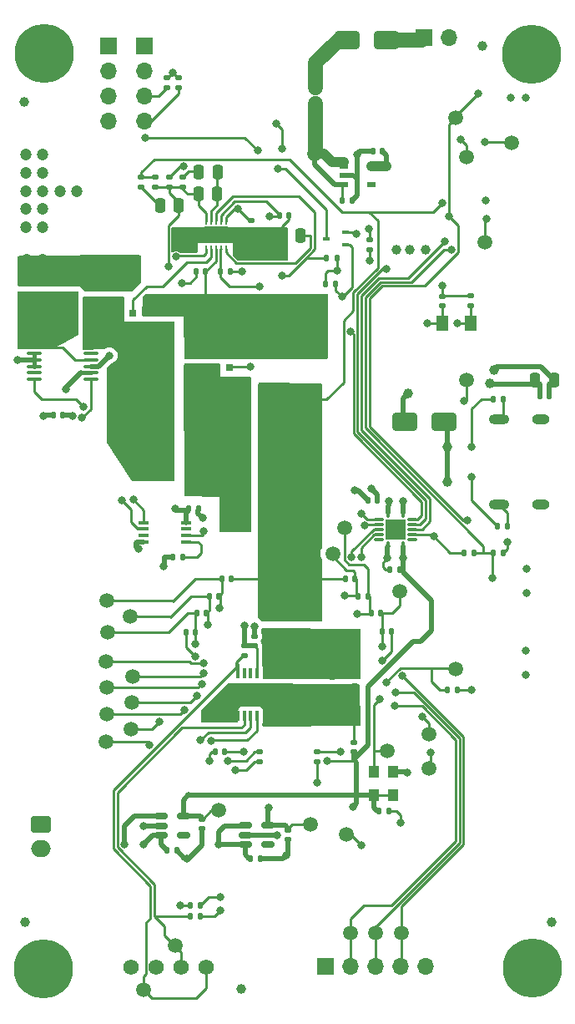
<source format=gtl>
G04 #@! TF.GenerationSoftware,KiCad,Pcbnew,8.0.4*
G04 #@! TF.CreationDate,2024-11-26T00:50:50-06:00*
G04 #@! TF.ProjectId,bitaxeUltra,62697461-7865-4556-9c74-72612e6b6963,rev?*
G04 #@! TF.SameCoordinates,Original*
G04 #@! TF.FileFunction,Copper,L1,Top*
G04 #@! TF.FilePolarity,Positive*
%FSLAX46Y46*%
G04 Gerber Fmt 4.6, Leading zero omitted, Abs format (unit mm)*
G04 Created by KiCad (PCBNEW 8.0.4) date 2024-11-26 00:50:50*
%MOMM*%
%LPD*%
G01*
G04 APERTURE LIST*
G04 Aperture macros list*
%AMRoundRect*
0 Rectangle with rounded corners*
0 $1 Rounding radius*
0 $2 $3 $4 $5 $6 $7 $8 $9 X,Y pos of 4 corners*
0 Add a 4 corners polygon primitive as box body*
4,1,4,$2,$3,$4,$5,$6,$7,$8,$9,$2,$3,0*
0 Add four circle primitives for the rounded corners*
1,1,$1+$1,$2,$3*
1,1,$1+$1,$4,$5*
1,1,$1+$1,$6,$7*
1,1,$1+$1,$8,$9*
0 Add four rect primitives between the rounded corners*
20,1,$1+$1,$2,$3,$4,$5,0*
20,1,$1+$1,$4,$5,$6,$7,0*
20,1,$1+$1,$6,$7,$8,$9,0*
20,1,$1+$1,$8,$9,$2,$3,0*%
%AMFreePoly0*
4,1,35,0.005000,-4.560000,0.003536,-4.563536,0.000000,-4.565000,-5.000000,-4.565000,-5.003536,-4.563536,-5.005000,-4.560000,-5.005000,-3.898000,-5.003536,-3.894464,-5.000000,-3.893000,-4.325000,-3.893000,-4.325000,-3.269700,-5.000000,-3.269700,-5.003536,-3.268236,-5.005000,-3.264700,-5.005000,-2.599700,-5.003536,-2.596164,-5.000000,-2.594700,-4.325000,-2.594700,-4.325000,-1.971400,-5.000000,-1.971400,
-5.003536,-1.969936,-5.005000,-1.966400,-5.005000,-1.301400,-5.003536,-1.297864,-5.000000,-1.296400,-4.325000,-1.296400,-4.325000,-0.673100,-5.000000,-0.673100,-5.003536,-0.671636,-5.005000,-0.668100,-5.005000,0.000000,-5.003536,0.003536,-5.000000,0.005000,0.005000,0.005000,0.005000,-4.560000,0.005000,-4.560000,$1*%
%AMFreePoly1*
4,1,45,-0.124646,1.700354,-0.124500,1.700000,-0.124500,1.200500,0.124500,1.200500,0.124500,1.700000,0.124646,1.700354,0.125000,1.700500,0.375000,1.700500,0.375354,1.700354,0.375500,1.700000,0.375500,1.200500,0.825000,1.200500,0.825354,1.200354,0.825500,1.200000,0.825500,-1.200000,0.825354,-1.200354,0.825000,-1.200500,0.375500,-1.200500,0.375500,-1.700000,0.375354,-1.700354,
0.375000,-1.700500,0.125000,-1.700500,0.124646,-1.700354,0.124500,-1.700000,0.124500,-1.200500,-0.124500,-1.200500,-0.124500,-1.700000,-0.124646,-1.700354,-0.125000,-1.700500,-0.375000,-1.700500,-0.375354,-1.700354,-0.375500,-1.700000,-0.375500,-1.200500,-0.825000,-1.200500,-0.825354,-1.200354,-0.825500,-1.200000,-0.825500,1.200000,-0.825354,1.200354,-0.825000,1.200500,-0.375500,1.200500,
-0.375500,1.700000,-0.375354,1.700354,-0.375000,1.700500,-0.125000,1.700500,-0.124646,1.700354,-0.124646,1.700354,$1*%
G04 Aperture macros list end*
G04 #@! TA.AperFunction,SMDPad,CuDef*
%ADD10RoundRect,0.250000X0.250000X0.475000X-0.250000X0.475000X-0.250000X-0.475000X0.250000X-0.475000X0*%
G04 #@! TD*
G04 #@! TA.AperFunction,SMDPad,CuDef*
%ADD11RoundRect,0.140000X0.140000X0.170000X-0.140000X0.170000X-0.140000X-0.170000X0.140000X-0.170000X0*%
G04 #@! TD*
G04 #@! TA.AperFunction,SMDPad,CuDef*
%ADD12RoundRect,0.250000X-1.000000X-0.650000X1.000000X-0.650000X1.000000X0.650000X-1.000000X0.650000X0*%
G04 #@! TD*
G04 #@! TA.AperFunction,SMDPad,CuDef*
%ADD13RoundRect,0.100000X-0.637500X-0.100000X0.637500X-0.100000X0.637500X0.100000X-0.637500X0.100000X0*%
G04 #@! TD*
G04 #@! TA.AperFunction,SMDPad,CuDef*
%ADD14RoundRect,0.140000X-0.170000X0.140000X-0.170000X-0.140000X0.170000X-0.140000X0.170000X0.140000X0*%
G04 #@! TD*
G04 #@! TA.AperFunction,SMDPad,CuDef*
%ADD15RoundRect,0.135000X0.185000X-0.135000X0.185000X0.135000X-0.185000X0.135000X-0.185000X-0.135000X0*%
G04 #@! TD*
G04 #@! TA.AperFunction,SMDPad,CuDef*
%ADD16C,1.000000*%
G04 #@! TD*
G04 #@! TA.AperFunction,SMDPad,CuDef*
%ADD17RoundRect,0.135000X-0.185000X0.135000X-0.185000X-0.135000X0.185000X-0.135000X0.185000X0.135000X0*%
G04 #@! TD*
G04 #@! TA.AperFunction,SMDPad,CuDef*
%ADD18RoundRect,0.135000X0.135000X0.185000X-0.135000X0.185000X-0.135000X-0.185000X0.135000X-0.185000X0*%
G04 #@! TD*
G04 #@! TA.AperFunction,SMDPad,CuDef*
%ADD19C,1.500000*%
G04 #@! TD*
G04 #@! TA.AperFunction,SMDPad,CuDef*
%ADD20R,0.700000X0.450000*%
G04 #@! TD*
G04 #@! TA.AperFunction,SMDPad,CuDef*
%ADD21RoundRect,0.250000X-0.250000X-0.475000X0.250000X-0.475000X0.250000X0.475000X-0.250000X0.475000X0*%
G04 #@! TD*
G04 #@! TA.AperFunction,SMDPad,CuDef*
%ADD22R,1.168400X1.600200*%
G04 #@! TD*
G04 #@! TA.AperFunction,SMDPad,CuDef*
%ADD23RoundRect,0.150000X-0.512500X-0.150000X0.512500X-0.150000X0.512500X0.150000X-0.512500X0.150000X0*%
G04 #@! TD*
G04 #@! TA.AperFunction,SMDPad,CuDef*
%ADD24RoundRect,0.250000X1.000000X0.650000X-1.000000X0.650000X-1.000000X-0.650000X1.000000X-0.650000X0*%
G04 #@! TD*
G04 #@! TA.AperFunction,SMDPad,CuDef*
%ADD25RoundRect,0.140000X0.170000X-0.140000X0.170000X0.140000X-0.170000X0.140000X-0.170000X-0.140000X0*%
G04 #@! TD*
G04 #@! TA.AperFunction,SMDPad,CuDef*
%ADD26R,0.400000X1.100000*%
G04 #@! TD*
G04 #@! TA.AperFunction,SMDPad,CuDef*
%ADD27RoundRect,0.140000X-0.140000X-0.170000X0.140000X-0.170000X0.140000X0.170000X-0.140000X0.170000X0*%
G04 #@! TD*
G04 #@! TA.AperFunction,ComponentPad*
%ADD28C,0.800000*%
G04 #@! TD*
G04 #@! TA.AperFunction,ComponentPad*
%ADD29C,6.000000*%
G04 #@! TD*
G04 #@! TA.AperFunction,SMDPad,CuDef*
%ADD30RoundRect,0.007800X-0.122200X0.442200X-0.122200X-0.442200X0.122200X-0.442200X0.122200X0.442200X0*%
G04 #@! TD*
G04 #@! TA.AperFunction,SMDPad,CuDef*
%ADD31RoundRect,0.007800X-0.442200X-0.122200X0.442200X-0.122200X0.442200X0.122200X-0.442200X0.122200X0*%
G04 #@! TD*
G04 #@! TA.AperFunction,SMDPad,CuDef*
%ADD32R,2.050000X2.050000*%
G04 #@! TD*
G04 #@! TA.AperFunction,ComponentPad*
%ADD33C,0.500000*%
G04 #@! TD*
G04 #@! TA.AperFunction,SMDPad,CuDef*
%ADD34R,3.100000X2.000000*%
G04 #@! TD*
G04 #@! TA.AperFunction,SMDPad,CuDef*
%ADD35R,1.100000X0.400000*%
G04 #@! TD*
G04 #@! TA.AperFunction,SMDPad,CuDef*
%ADD36RoundRect,0.250000X-1.025000X0.875000X-1.025000X-0.875000X1.025000X-0.875000X1.025000X0.875000X0*%
G04 #@! TD*
G04 #@! TA.AperFunction,SMDPad,CuDef*
%ADD37R,0.700000X0.800000*%
G04 #@! TD*
G04 #@! TA.AperFunction,SMDPad,CuDef*
%ADD38FreePoly0,270.000000*%
G04 #@! TD*
G04 #@! TA.AperFunction,SMDPad,CuDef*
%ADD39RoundRect,0.135000X-0.135000X-0.185000X0.135000X-0.185000X0.135000X0.185000X-0.135000X0.185000X0*%
G04 #@! TD*
G04 #@! TA.AperFunction,SMDPad,CuDef*
%ADD40RoundRect,0.050000X-0.070000X0.250000X-0.070000X-0.250000X0.070000X-0.250000X0.070000X0.250000X0*%
G04 #@! TD*
G04 #@! TA.AperFunction,ComponentPad*
%ADD41C,0.400000*%
G04 #@! TD*
G04 #@! TA.AperFunction,SMDPad,CuDef*
%ADD42FreePoly1,270.000000*%
G04 #@! TD*
G04 #@! TA.AperFunction,SMDPad,CuDef*
%ADD43R,1.600000X2.700000*%
G04 #@! TD*
G04 #@! TA.AperFunction,SMDPad,CuDef*
%ADD44FreePoly0,90.000000*%
G04 #@! TD*
G04 #@! TA.AperFunction,SMDPad,CuDef*
%ADD45RoundRect,0.250000X-0.325000X-1.100000X0.325000X-1.100000X0.325000X1.100000X-0.325000X1.100000X0*%
G04 #@! TD*
G04 #@! TA.AperFunction,SMDPad,CuDef*
%ADD46R,1.100000X1.300000*%
G04 #@! TD*
G04 #@! TA.AperFunction,SMDPad,CuDef*
%ADD47RoundRect,0.218750X0.256250X-0.218750X0.256250X0.218750X-0.256250X0.218750X-0.256250X-0.218750X0*%
G04 #@! TD*
G04 #@! TA.AperFunction,SMDPad,CuDef*
%ADD48RoundRect,0.250000X0.325000X0.650000X-0.325000X0.650000X-0.325000X-0.650000X0.325000X-0.650000X0*%
G04 #@! TD*
G04 #@! TA.AperFunction,SMDPad,CuDef*
%ADD49R,0.952500X0.558800*%
G04 #@! TD*
G04 #@! TA.AperFunction,ComponentPad*
%ADD50C,1.574800*%
G04 #@! TD*
G04 #@! TA.AperFunction,ComponentPad*
%ADD51R,1.700000X1.700000*%
G04 #@! TD*
G04 #@! TA.AperFunction,ComponentPad*
%ADD52O,1.700000X1.700000*%
G04 #@! TD*
G04 #@! TA.AperFunction,ComponentPad*
%ADD53O,1.800000X1.000000*%
G04 #@! TD*
G04 #@! TA.AperFunction,ComponentPad*
%ADD54O,2.100000X1.000000*%
G04 #@! TD*
G04 #@! TA.AperFunction,ComponentPad*
%ADD55RoundRect,0.250000X-0.750000X0.600000X-0.750000X-0.600000X0.750000X-0.600000X0.750000X0.600000X0*%
G04 #@! TD*
G04 #@! TA.AperFunction,ComponentPad*
%ADD56O,2.000000X1.700000*%
G04 #@! TD*
G04 #@! TA.AperFunction,ViaPad*
%ADD57C,0.800000*%
G04 #@! TD*
G04 #@! TA.AperFunction,ViaPad*
%ADD58C,1.200000*%
G04 #@! TD*
G04 #@! TA.AperFunction,ViaPad*
%ADD59C,1.000000*%
G04 #@! TD*
G04 #@! TA.AperFunction,Conductor*
%ADD60C,0.508000*%
G04 #@! TD*
G04 #@! TA.AperFunction,Conductor*
%ADD61C,0.254000*%
G04 #@! TD*
G04 #@! TA.AperFunction,Conductor*
%ADD62C,0.400000*%
G04 #@! TD*
G04 #@! TA.AperFunction,Conductor*
%ADD63C,1.000000*%
G04 #@! TD*
G04 #@! TA.AperFunction,Conductor*
%ADD64C,1.500000*%
G04 #@! TD*
G04 APERTURE END LIST*
D10*
X106814000Y-69487000D03*
X104914000Y-69487000D03*
D11*
X116836000Y-103365000D03*
X115876000Y-103365000D03*
D12*
X117380000Y-88392000D03*
X121380000Y-88392000D03*
D13*
X79777500Y-79495000D03*
X79777500Y-80145000D03*
X79777500Y-80795000D03*
X79777500Y-81445000D03*
X79777500Y-82095000D03*
X79777500Y-82745000D03*
X79777500Y-83395000D03*
X79777500Y-84045000D03*
X85502500Y-84045000D03*
X85502500Y-83395000D03*
X85502500Y-82745000D03*
X85502500Y-82095000D03*
X85502500Y-81445000D03*
X85502500Y-80795000D03*
X85502500Y-80145000D03*
X85502500Y-79495000D03*
D14*
X112268000Y-114175600D03*
X112268000Y-115135600D03*
D15*
X94420000Y-54500000D03*
X94420000Y-53480000D03*
D16*
X125272800Y-50292000D03*
X132257800Y-139065000D03*
D17*
X90649600Y-63569000D03*
X90649600Y-64589000D03*
D16*
X78841600Y-139065000D03*
D18*
X122717000Y-115554000D03*
X121697000Y-115554000D03*
D11*
X115730000Y-127810000D03*
X114770000Y-127810000D03*
D19*
X87045800Y-112699800D03*
D20*
X111370000Y-70430000D03*
X111370000Y-69130000D03*
X109370000Y-69780000D03*
D10*
X98355400Y-63005800D03*
X96455400Y-63005800D03*
D19*
X123610000Y-84120000D03*
D17*
X113770000Y-69930000D03*
X113770000Y-70950000D03*
D11*
X114920000Y-107790000D03*
X113960000Y-107790000D03*
D18*
X127764000Y-98910000D03*
X126744000Y-98910000D03*
D14*
X101750000Y-67930000D03*
X101750000Y-68890000D03*
D19*
X111225000Y-99150000D03*
X111440000Y-130160000D03*
D14*
X105540000Y-129760000D03*
X105540000Y-130720000D03*
D21*
X92522000Y-66420000D03*
X94422000Y-66420000D03*
D22*
X124017400Y-78349000D03*
X121172600Y-78349000D03*
D19*
X94107000Y-141452600D03*
X90855800Y-145948400D03*
D23*
X92615500Y-128358000D03*
X92615500Y-129308000D03*
X92615500Y-130258000D03*
X94890500Y-130258000D03*
X94890500Y-128358000D03*
D21*
X130580000Y-84090000D03*
X132480000Y-84090000D03*
D19*
X119800000Y-119990000D03*
X122556000Y-57528000D03*
D24*
X115540000Y-49630000D03*
X111540000Y-49630000D03*
D23*
X101182500Y-129290000D03*
X101182500Y-130240000D03*
X101182500Y-131190000D03*
X103457500Y-131190000D03*
X103457500Y-129290000D03*
D19*
X89763600Y-114223800D03*
D25*
X108485000Y-122798000D03*
X108485000Y-121838000D03*
D19*
X87147400Y-115316000D03*
D26*
X102371800Y-113877200D03*
X101721800Y-113877200D03*
X101071800Y-113877200D03*
X100421800Y-113877200D03*
X100421800Y-118177200D03*
X101071800Y-118177200D03*
X101721800Y-118177200D03*
X102371800Y-118177200D03*
D11*
X99780000Y-104240000D03*
X98820000Y-104240000D03*
D27*
X131050000Y-85700000D03*
X132010000Y-85700000D03*
D18*
X127347000Y-101658000D03*
X126327000Y-101658000D03*
D28*
X127985010Y-51120990D03*
X128644020Y-49530000D03*
X128644020Y-52711980D03*
X130235010Y-48870990D03*
D29*
X130235010Y-51120990D03*
D28*
X130235010Y-53370990D03*
X131826000Y-49530000D03*
X131826000Y-52711980D03*
X132485010Y-51120990D03*
D25*
X124043000Y-76576000D03*
X124043000Y-75616000D03*
D16*
X78740000Y-55905400D03*
D30*
X115672000Y-97580000D03*
D31*
X114737000Y-98265000D03*
X114737000Y-98765000D03*
X114737000Y-99265000D03*
X114737000Y-99765000D03*
X114737000Y-100265000D03*
D30*
X115672000Y-100950000D03*
X117172000Y-100950000D03*
D31*
X118107000Y-100265000D03*
X118107000Y-99765000D03*
X118107000Y-99265000D03*
X118107000Y-98765000D03*
X118107000Y-98265000D03*
D30*
X117172000Y-97580000D03*
D32*
X116422000Y-99265000D03*
D33*
X116922000Y-98765000D03*
X116922000Y-99765000D03*
X115922000Y-99765000D03*
X115922000Y-98765000D03*
D15*
X93270000Y-54490000D03*
X93270000Y-53470000D03*
D17*
X94828800Y-63573600D03*
X94828800Y-64593600D03*
D19*
X87100000Y-106510000D03*
X125500000Y-70190000D03*
D34*
X106000600Y-77761400D03*
X106000600Y-86081400D03*
D15*
X93465000Y-64589000D03*
X93465000Y-63569000D03*
D11*
X98490000Y-106040000D03*
X97530000Y-106040000D03*
D18*
X94840000Y-102040000D03*
X93820000Y-102040000D03*
D28*
X128052000Y-143728000D03*
X128711010Y-142137010D03*
X128711010Y-145318990D03*
X130302000Y-141478000D03*
D29*
X130302000Y-143728000D03*
D28*
X130302000Y-145978000D03*
X131892990Y-142137010D03*
X131892990Y-145318990D03*
X132552000Y-143728000D03*
D25*
X102646000Y-122798000D03*
X102646000Y-121838000D03*
D11*
X115080000Y-60930000D03*
X114120000Y-60930000D03*
X96139000Y-109681000D03*
X95179000Y-109681000D03*
D19*
X128200000Y-60060000D03*
D10*
X98333000Y-65268000D03*
X96433000Y-65268000D03*
D35*
X90890000Y-98565000D03*
X90890000Y-99215000D03*
X90890000Y-99865000D03*
X90890000Y-100515000D03*
X95190000Y-100515000D03*
X95190000Y-99865000D03*
X95190000Y-99215000D03*
X95190000Y-98565000D03*
D19*
X116870000Y-105550000D03*
D27*
X104650000Y-67450000D03*
X105610000Y-67450000D03*
D19*
X89687400Y-116840000D03*
D28*
X78455010Y-143830990D03*
X79114020Y-142240000D03*
X79114020Y-145421980D03*
X80705010Y-141580990D03*
D29*
X80705010Y-143830990D03*
D28*
X80705010Y-146080990D03*
X82296000Y-142240000D03*
X82296000Y-145421980D03*
X82955010Y-143830990D03*
D25*
X121159000Y-76585000D03*
X121159000Y-75625000D03*
D11*
X82650000Y-87720000D03*
X81690000Y-87720000D03*
D14*
X108712000Y-114201000D03*
X108712000Y-115161000D03*
X111150400Y-114226400D03*
X111150400Y-115186400D03*
D17*
X92057300Y-63569000D03*
X92057300Y-64589000D03*
D11*
X99092000Y-121788000D03*
X98132000Y-121788000D03*
D36*
X105600000Y-111360000D03*
X105600000Y-117760000D03*
D37*
X95751600Y-82862700D03*
X97049900Y-82862700D03*
X98313300Y-82862700D03*
X99611600Y-82862700D03*
D38*
X99961600Y-81957700D03*
D25*
X102133400Y-111046200D03*
X102133400Y-110086200D03*
D39*
X95640000Y-138480000D03*
X96660000Y-138480000D03*
D19*
X114410000Y-140150000D03*
X89500000Y-108130000D03*
D27*
X95450000Y-97140000D03*
X96410000Y-97140000D03*
D40*
X99201691Y-68022200D03*
X98701691Y-68022200D03*
X98201691Y-68022200D03*
X97701691Y-68022200D03*
X97201691Y-68022200D03*
X97201691Y-70822200D03*
X97701691Y-70822200D03*
X98201691Y-70822200D03*
X98701691Y-70822200D03*
X99201691Y-70822200D03*
D41*
X98201691Y-68847200D03*
X99151691Y-69422200D03*
D42*
X98201691Y-69422200D03*
D41*
X97251691Y-69422200D03*
X98201691Y-69997200D03*
D19*
X110075000Y-101700000D03*
X87071200Y-120827800D03*
D28*
X78558000Y-51054000D03*
X79217010Y-49463010D03*
X79217010Y-52644990D03*
X80808000Y-48804000D03*
D29*
X80808000Y-51054000D03*
D28*
X80808000Y-53304000D03*
X82398990Y-49463010D03*
X82398990Y-52644990D03*
X83058000Y-51054000D03*
D27*
X93253000Y-131818000D03*
X94213000Y-131818000D03*
D19*
X119800000Y-123540000D03*
D11*
X124370000Y-101660000D03*
X123410000Y-101660000D03*
X113620000Y-106030000D03*
X112660000Y-106030000D03*
D43*
X103851600Y-89640200D03*
X100851600Y-89640200D03*
D37*
X93649887Y-77313864D03*
X92351587Y-77313864D03*
X91088187Y-77313864D03*
X89789887Y-77313864D03*
D44*
X89439887Y-78218864D03*
D27*
X96189800Y-73128000D03*
X97149800Y-73128000D03*
D19*
X115560000Y-121710000D03*
D45*
X92806600Y-85970200D03*
X95756600Y-85970200D03*
D19*
X87180000Y-109740000D03*
X117040000Y-140190000D03*
D46*
X116140000Y-126170000D03*
X116140000Y-123870000D03*
X114240000Y-123870000D03*
X114240000Y-126170000D03*
D19*
X98473000Y-127736000D03*
D39*
X98650200Y-73123400D03*
X99670200Y-73123400D03*
D18*
X110465000Y-71760000D03*
X109445000Y-71760000D03*
D11*
X116020000Y-109624000D03*
X115060000Y-109624000D03*
D39*
X109340000Y-74410000D03*
X110360000Y-74410000D03*
D47*
X108320000Y-56135000D03*
X108320000Y-54560000D03*
D27*
X101730000Y-132610000D03*
X102690000Y-132610000D03*
D19*
X89560400Y-119507000D03*
D25*
X112160000Y-121800000D03*
X112160000Y-120840000D03*
D19*
X122500000Y-113430000D03*
D15*
X101092000Y-112066800D03*
X101092000Y-111046800D03*
D11*
X97210000Y-107780000D03*
X96250000Y-107780000D03*
X112290000Y-104240000D03*
X111330000Y-104240000D03*
D27*
X95640000Y-137410000D03*
X96600000Y-137410000D03*
D19*
X107830000Y-129200000D03*
X87122000Y-117983000D03*
D18*
X127382000Y-86047000D03*
X126362000Y-86047000D03*
D27*
X111051000Y-65931000D03*
X112011000Y-65931000D03*
D19*
X123640000Y-61510000D03*
X111890000Y-140150000D03*
D11*
X114582000Y-96355000D03*
X113622000Y-96355000D03*
D48*
X103786600Y-92610200D03*
X100836600Y-92610200D03*
D14*
X96763000Y-128638000D03*
X96763000Y-129598000D03*
D45*
X92766600Y-89380200D03*
X95716600Y-89380200D03*
D14*
X109982000Y-114230000D03*
X109982000Y-115190000D03*
D49*
X111185050Y-62440200D03*
X111185050Y-63380000D03*
X111185050Y-64319800D03*
X113940950Y-64319800D03*
X113940950Y-62440200D03*
D45*
X92766600Y-92740200D03*
X95716600Y-92740200D03*
D50*
X89621000Y-143622000D03*
X92161000Y-143622000D03*
X94701000Y-143622000D03*
X97241000Y-143622000D03*
D51*
X87340000Y-50270000D03*
D52*
X87340000Y-52810000D03*
X87340000Y-55350000D03*
X87340000Y-57890000D03*
D51*
X83000000Y-76540000D03*
D52*
X85540000Y-76540000D03*
D51*
X90920000Y-50280000D03*
D52*
X90920000Y-52820000D03*
X90920000Y-55360000D03*
X90920000Y-57900000D03*
D51*
X109350000Y-143580000D03*
D52*
X111890000Y-143580000D03*
X114430000Y-143580000D03*
X116970000Y-143580000D03*
X119510000Y-143580000D03*
D53*
X131123000Y-88136000D03*
D54*
X126943000Y-88136000D03*
D53*
X131123000Y-96776000D03*
D54*
X126943000Y-96776000D03*
D51*
X119310000Y-49410000D03*
D52*
X121850000Y-49410000D03*
D55*
X80470000Y-129140000D03*
D56*
X80470000Y-131640000D03*
D57*
X129670000Y-114000000D03*
X95067000Y-70471000D03*
X129700000Y-103290000D03*
D58*
X80640000Y-68607500D03*
X80640000Y-63125000D03*
D57*
X78090000Y-82060000D03*
X100850600Y-73131400D03*
D58*
X80640000Y-64952500D03*
D57*
X116910000Y-128990000D03*
D59*
X116540000Y-70920000D03*
D57*
X129700000Y-105720000D03*
D58*
X80640000Y-66780000D03*
D57*
X99060000Y-95504000D03*
D58*
X78960000Y-61300000D03*
X82430000Y-64970000D03*
D57*
X125600000Y-65940000D03*
X112980000Y-131260000D03*
X96109000Y-112124000D03*
D58*
X84110000Y-64967500D03*
D57*
X99060000Y-97536000D03*
X112460000Y-69350000D03*
X100076000Y-97536000D03*
X106396000Y-118533000D03*
X97028000Y-95504000D03*
X110862000Y-121832000D03*
X98044000Y-95504000D03*
D58*
X78960000Y-64955000D03*
D57*
X104082000Y-115436000D03*
X98682000Y-136516000D03*
X101092000Y-95504000D03*
X99393000Y-122727000D03*
X106408000Y-116351000D03*
X128120000Y-55550000D03*
D58*
X78960000Y-66782500D03*
D57*
X95758000Y-69431400D03*
D59*
X100765000Y-145890000D03*
D57*
X94890000Y-62470000D03*
X94411000Y-69401000D03*
X101092000Y-98552000D03*
X105673000Y-117442000D03*
X80660000Y-87760000D03*
X101092000Y-96520000D03*
X97551000Y-122747000D03*
X124109000Y-115539000D03*
D59*
X117910000Y-70950000D03*
D57*
X90360055Y-101249945D03*
X100076000Y-96520000D03*
X117602000Y-123903000D03*
X101779000Y-71402000D03*
X104855000Y-118563000D03*
X104132000Y-117472000D03*
X121210000Y-74547000D03*
X100076000Y-98552000D03*
X102625000Y-70567000D03*
X100076000Y-95504000D03*
X112922500Y-102037000D03*
X107144000Y-117442000D03*
X90897000Y-129309000D03*
X112318000Y-95325000D03*
X112512000Y-61250000D03*
X105623000Y-115406000D03*
X101092000Y-97536000D03*
X104867000Y-116381000D03*
X100801000Y-70578000D03*
X87414791Y-81636367D03*
X104830000Y-71398000D03*
X129660000Y-111560000D03*
D59*
X119454234Y-70914234D03*
D57*
X105330000Y-132320000D03*
X104430000Y-130240000D03*
D59*
X126380000Y-83110000D03*
D57*
X99060000Y-96520000D03*
D58*
X80640000Y-61297500D03*
D57*
X115573700Y-102188000D03*
X120310000Y-100000000D03*
D58*
X78960000Y-68610000D03*
X78960000Y-63127500D03*
D57*
X103584000Y-71410000D03*
X102082600Y-109067600D03*
X96840000Y-98140000D03*
X92910000Y-102990000D03*
X95260000Y-132630000D03*
X107094000Y-115406000D03*
X115099642Y-112550642D03*
X99060000Y-98552000D03*
D58*
X80580000Y-71910000D03*
X85100000Y-72150000D03*
X86750000Y-73660000D03*
X80680000Y-73350000D03*
X85100000Y-73660000D03*
X78980000Y-71930000D03*
X86750000Y-72150000D03*
X78810000Y-73470000D03*
D57*
X115737362Y-96385646D03*
X117172000Y-102173000D03*
X112130000Y-127390000D03*
X109458000Y-122723000D03*
X92430600Y-118795800D03*
X121149900Y-66170000D03*
X103000000Y-104240000D03*
X105152000Y-113890000D03*
D58*
X106685000Y-103175000D03*
X106725000Y-105305000D03*
D57*
X104126000Y-113110000D03*
X108330000Y-104270000D03*
X107204000Y-113920000D03*
D58*
X106725000Y-107275000D03*
D57*
X106178000Y-113110000D03*
D58*
X104695000Y-103175000D03*
X104695000Y-101135000D03*
X106665000Y-101155000D03*
X104745000Y-107305000D03*
X104715000Y-105285000D03*
D57*
X126293000Y-104178000D03*
X125650000Y-67760000D03*
X122101300Y-70905000D03*
D59*
X117710000Y-85490000D03*
D57*
X88883000Y-131168000D03*
X100470000Y-66770000D03*
X94580000Y-137390000D03*
X90881000Y-131182000D03*
D58*
X108214845Y-61185155D03*
D57*
X98450000Y-131200000D03*
X110500000Y-73050000D03*
X115457000Y-62413000D03*
X114010000Y-95176000D03*
X127766000Y-100521000D03*
X129610000Y-55490000D03*
D59*
X126000000Y-84500000D03*
D57*
X123394000Y-86260000D03*
X98662000Y-137914100D03*
X117172000Y-96434000D03*
X83700000Y-87750000D03*
X113750000Y-68810000D03*
X101092000Y-109016800D03*
X93820000Y-52930000D03*
X94100000Y-97190000D03*
X82990000Y-85090000D03*
X115482566Y-72844545D03*
X111892000Y-79190000D03*
X115070000Y-111160000D03*
X112530000Y-107800000D03*
X121437000Y-70037900D03*
X91480645Y-121097045D03*
X84630946Y-87948642D03*
X88670000Y-96340000D03*
X97713800Y-120675400D03*
X96970000Y-99460000D03*
X93399000Y-72582000D03*
X108468000Y-124939000D03*
X103530000Y-127490000D03*
X111250000Y-106010000D03*
X98602800Y-107213400D03*
X97409000Y-108966000D03*
X96130000Y-110920000D03*
X104500000Y-62680000D03*
X103630000Y-67500000D03*
X94155000Y-71626000D03*
X94772000Y-74270800D03*
X116334852Y-117175300D03*
X113272599Y-98869299D03*
X112962000Y-97645000D03*
X116428000Y-115817000D03*
X117148868Y-114071132D03*
X111948000Y-102053000D03*
X101710600Y-82811400D03*
X102630000Y-74620000D03*
X96774000Y-114909600D03*
X114844000Y-116495900D03*
X96967045Y-112836955D03*
X96995638Y-113825659D03*
X96266000Y-116154200D03*
X94996000Y-117551200D03*
X125466555Y-60033445D03*
X123040000Y-59730000D03*
X124830000Y-55100000D03*
X121828800Y-67530000D03*
X123719000Y-98362000D03*
X122670000Y-78400000D03*
X119110000Y-118260000D03*
X119660000Y-78360000D03*
X104940000Y-73540000D03*
X110990000Y-75660000D03*
X96656000Y-120659000D03*
X84765794Y-86853684D03*
X89850000Y-96260000D03*
X104300000Y-58100000D03*
X104902000Y-60690000D03*
X115540000Y-114780000D03*
X113800000Y-71990000D03*
X91020000Y-59560000D03*
X102440000Y-60880000D03*
X119960000Y-121860000D03*
D59*
X121666000Y-90932000D03*
X121666000Y-94488000D03*
D57*
X124159000Y-90943000D03*
X124154000Y-93963000D03*
X101015000Y-121775000D03*
X100155000Y-123661000D03*
D58*
X82890000Y-78750000D03*
X81480000Y-78730000D03*
X80420000Y-77460000D03*
X78920000Y-77440000D03*
D60*
X90897000Y-129309000D02*
X90898000Y-129308000D01*
X112513000Y-63759000D02*
X112513000Y-65429000D01*
X96763000Y-129768000D02*
X96763000Y-131278000D01*
X112513000Y-65429000D02*
X112011000Y-65931000D01*
D61*
X116910000Y-128210000D02*
X116910000Y-128990000D01*
X118107000Y-99765000D02*
X120075000Y-99765000D01*
X121159000Y-74598000D02*
X121210000Y-74547000D01*
D60*
X90890000Y-100515000D02*
X90215000Y-100515000D01*
D61*
X112922500Y-101108938D02*
X114266438Y-99765000D01*
D60*
X117602000Y-123903000D02*
X117569000Y-123870000D01*
D61*
X111880000Y-130160000D02*
X112980000Y-131260000D01*
X115130000Y-103060000D02*
X115130000Y-102631700D01*
D60*
X90130000Y-101019890D02*
X90360055Y-101249945D01*
X115573700Y-102188000D02*
X115573700Y-101048300D01*
D61*
X122717000Y-115554000D02*
X124094000Y-115554000D01*
D60*
X102860000Y-132610000D02*
X105040000Y-132610000D01*
D61*
X115130000Y-102631700D02*
X115573700Y-102188000D01*
X95179000Y-111194000D02*
X96109000Y-112124000D01*
X97494000Y-136516000D02*
X96600000Y-137410000D01*
X112160000Y-118803000D02*
X112158000Y-118801000D01*
X100842600Y-73123400D02*
X100850600Y-73131400D01*
X104914000Y-68586000D02*
X104914000Y-69487000D01*
D60*
X90130000Y-100600000D02*
X90130000Y-101019890D01*
D61*
X120075000Y-99765000D02*
X120310000Y-100000000D01*
X110856000Y-121838000D02*
X110862000Y-121832000D01*
D60*
X112512000Y-61250000D02*
X112812000Y-60950000D01*
D61*
X116020000Y-109624000D02*
X116020000Y-111630284D01*
X127382000Y-87697000D02*
X126943000Y-88136000D01*
D60*
X96400000Y-97700000D02*
X96840000Y-98140000D01*
D61*
X101242000Y-122727000D02*
X99393000Y-122727000D01*
X127764000Y-97597000D02*
X126943000Y-96776000D01*
D60*
X96400000Y-97310000D02*
X96400000Y-97700000D01*
X78125000Y-82095000D02*
X78090000Y-82060000D01*
X95461000Y-132620000D02*
X95015000Y-132620000D01*
D61*
X94890000Y-62470000D02*
X94564000Y-62470000D01*
X115900000Y-127810000D02*
X116510000Y-127810000D01*
X105610000Y-67450000D02*
X105610000Y-67890000D01*
D60*
X80660000Y-87760000D02*
X80700000Y-87720000D01*
D61*
X127764000Y-98910000D02*
X127764000Y-97597000D01*
D60*
X126380000Y-83110000D02*
X126680000Y-82810000D01*
X105540000Y-132110000D02*
X105540000Y-130890000D01*
X117569000Y-123870000D02*
X116140000Y-123870000D01*
D61*
X124094000Y-115554000D02*
X124109000Y-115539000D01*
D60*
X96783000Y-131298000D02*
X95461000Y-132620000D01*
X112513000Y-63759000D02*
X112513000Y-61251000D01*
X92940000Y-102960000D02*
X92910000Y-102990000D01*
D61*
X121159000Y-75625000D02*
X121159000Y-74598000D01*
X102131000Y-121838000D02*
X101242000Y-122727000D01*
D60*
X131200000Y-82810000D02*
X132480000Y-84090000D01*
D61*
X112922500Y-102037000D02*
X112922500Y-101108938D01*
D60*
X101182500Y-130240000D02*
X104430000Y-130240000D01*
X105040000Y-132610000D02*
X105540000Y-132110000D01*
D61*
X115876000Y-103365000D02*
X115435000Y-103365000D01*
D60*
X80700000Y-87720000D02*
X81690000Y-87720000D01*
X112130000Y-63376000D02*
X111189050Y-63376000D01*
D61*
X127382000Y-86047000D02*
X127382000Y-87697000D01*
X112240000Y-69130000D02*
X111370000Y-69130000D01*
D60*
X92940000Y-102040000D02*
X92940000Y-102960000D01*
D61*
X115435000Y-103365000D02*
X115130000Y-103060000D01*
X95179000Y-109681000D02*
X95179000Y-111194000D01*
X116020000Y-111630284D02*
X115099642Y-112550642D01*
X97551000Y-122045000D02*
X97551000Y-122747000D01*
D60*
X112592000Y-95325000D02*
X113622000Y-96355000D01*
X115573700Y-101048300D02*
X115672000Y-100950000D01*
X90898000Y-129308000D02*
X92615500Y-129308000D01*
D61*
X105610000Y-67890000D02*
X104914000Y-68586000D01*
D60*
X95015000Y-132620000D02*
X94213000Y-131818000D01*
D61*
X108485000Y-121838000D02*
X110856000Y-121838000D01*
X123410000Y-101660000D02*
X121970000Y-101660000D01*
D60*
X132010000Y-84560000D02*
X132010000Y-85700000D01*
X102082600Y-109067600D02*
X102133400Y-109118400D01*
X90215000Y-100515000D02*
X90130000Y-100600000D01*
D61*
X97808000Y-121788000D02*
X97551000Y-122045000D01*
D60*
X126680000Y-82810000D02*
X131200000Y-82810000D01*
D61*
X94564000Y-62470000D02*
X93465000Y-63569000D01*
D60*
X112812000Y-60950000D02*
X114100000Y-60950000D01*
X112318000Y-95325000D02*
X112592000Y-95325000D01*
D61*
X112160000Y-120840000D02*
X112160000Y-118803000D01*
D60*
X79777500Y-82095000D02*
X78125000Y-82095000D01*
D61*
X116510000Y-127810000D02*
X116910000Y-128210000D01*
D60*
X86306158Y-82745000D02*
X85502500Y-82745000D01*
X112513000Y-61251000D02*
X112512000Y-61250000D01*
X92940000Y-102040000D02*
X93820000Y-102040000D01*
D61*
X99670200Y-73123400D02*
X100842600Y-73123400D01*
D62*
X79777500Y-81445000D02*
X79777500Y-82095000D01*
D60*
X87414791Y-81636367D02*
X86306158Y-82745000D01*
X96763000Y-131278000D02*
X96783000Y-131298000D01*
D61*
X114266438Y-99765000D02*
X114737000Y-99765000D01*
D60*
X102133400Y-109118400D02*
X102133400Y-110086200D01*
D61*
X98682000Y-136516000D02*
X97494000Y-136516000D01*
X98132000Y-121788000D02*
X97808000Y-121788000D01*
X112460000Y-69350000D02*
X112240000Y-69130000D01*
D60*
X112513000Y-63759000D02*
X112130000Y-63376000D01*
D62*
X79777500Y-82745000D02*
X79777500Y-82095000D01*
D61*
X102646000Y-121838000D02*
X102131000Y-121838000D01*
X121970000Y-101660000D02*
X120310000Y-100000000D01*
D60*
X132480000Y-84090000D02*
X132010000Y-84560000D01*
D61*
X124043000Y-75616000D02*
X121168000Y-75616000D01*
D60*
X94890500Y-128358000D02*
X96653000Y-128358000D01*
X117172000Y-102173000D02*
X117172000Y-100950000D01*
X120060000Y-109490000D02*
X120060000Y-106460000D01*
X117183000Y-103583000D02*
X117183000Y-103222000D01*
X112480000Y-126170000D02*
X112480000Y-122880000D01*
X117183000Y-103222000D02*
X117172000Y-103211000D01*
D61*
X111997000Y-122723000D02*
X112160000Y-122560000D01*
D60*
X95415000Y-126170000D02*
X112480000Y-126170000D01*
X115737362Y-96829638D02*
X115672000Y-96895000D01*
D61*
X116140000Y-126170000D02*
X114240000Y-126170000D01*
D60*
X118960000Y-110590000D02*
X120060000Y-109490000D01*
X96653000Y-128358000D02*
X96763000Y-128468000D01*
X113630000Y-121090000D02*
X113630000Y-115160000D01*
X112480000Y-127040000D02*
X112130000Y-127390000D01*
X95406000Y-126161000D02*
X95415000Y-126170000D01*
X118200000Y-110590000D02*
X118960000Y-110590000D01*
X112160000Y-122560000D02*
X113630000Y-121090000D01*
X112480000Y-126170000D02*
X112480000Y-127040000D01*
X120060000Y-106460000D02*
X117183000Y-103583000D01*
X114600000Y-127810000D02*
X114250000Y-127460000D01*
X94890500Y-128358000D02*
X94890500Y-126676500D01*
X115737362Y-96385646D02*
X115737362Y-96829638D01*
X115672000Y-96895000D02*
X115672000Y-97580000D01*
X113630000Y-115160000D02*
X118200000Y-110590000D01*
X112480000Y-122880000D02*
X112160000Y-122560000D01*
X94890500Y-126676500D02*
X95406000Y-126161000D01*
X117172000Y-103211000D02*
X117172000Y-100950000D01*
X114250000Y-127460000D02*
X114250000Y-126180000D01*
D61*
X97670000Y-127850000D02*
X97020000Y-128500000D01*
X109458000Y-122723000D02*
X111997000Y-122723000D01*
D60*
X112160000Y-121970000D02*
X112160000Y-122560000D01*
X112480000Y-126170000D02*
X114240000Y-126170000D01*
D61*
X92430600Y-118795800D02*
X91719400Y-119507000D01*
X91719400Y-119507000D02*
X89560400Y-119507000D01*
X90649600Y-63569000D02*
X92057300Y-63569000D01*
X105690000Y-61790000D02*
X104111983Y-61790000D01*
X111140000Y-84370000D02*
X109428600Y-86081400D01*
X112120000Y-75247000D02*
X112120000Y-77120000D01*
X113740000Y-67090000D02*
X114620000Y-67970000D01*
X112120000Y-77120000D02*
X111140000Y-78100000D01*
X114620000Y-67970000D02*
X114620000Y-72747000D01*
X111140000Y-78100000D02*
X111140000Y-84370000D01*
X108360000Y-104240000D02*
X111160000Y-104240000D01*
X104111383Y-61790600D02*
X91939400Y-61790600D01*
X120229900Y-67090000D02*
X112510000Y-67090000D01*
X103000000Y-104240000D02*
X99950000Y-104240000D01*
X110990000Y-67090000D02*
X105690000Y-61790000D01*
X121149900Y-66170000D02*
X120229900Y-67090000D01*
X114620000Y-72747000D02*
X112120000Y-75247000D01*
X112510000Y-67090000D02*
X110990000Y-67090000D01*
X91939400Y-61790600D02*
X90649600Y-63080400D01*
X90649600Y-63080400D02*
X90649600Y-63569000D01*
X109428600Y-86081400D02*
X106000600Y-86081400D01*
X104111983Y-61790000D02*
X104111383Y-61790600D01*
X108330000Y-104270000D02*
X108360000Y-104240000D01*
X112510000Y-67090000D02*
X113740000Y-67090000D01*
X124370000Y-101660000D02*
X125360000Y-101660000D01*
X125360000Y-101660000D02*
X125360000Y-100967000D01*
X125360000Y-101660000D02*
X126325000Y-101660000D01*
X125650000Y-67760000D02*
X125500000Y-67910000D01*
X121315000Y-70905000D02*
X122101300Y-70905000D01*
X125500000Y-67910000D02*
X125500000Y-70190000D01*
X114907608Y-74183600D02*
X118036400Y-74183600D01*
X126260600Y-104145600D02*
X126260600Y-101724400D01*
X126293000Y-104178000D02*
X126260600Y-104145600D01*
X113383700Y-75707508D02*
X114907608Y-74183600D01*
X118036400Y-74183600D02*
X121315000Y-70905000D01*
X125360000Y-100967000D02*
X113383700Y-88990700D01*
X113383700Y-88990700D02*
X113383700Y-75707508D01*
D63*
X109971000Y-62002000D02*
X111205000Y-62002000D01*
D60*
X99110000Y-129300000D02*
X98450000Y-129960000D01*
X89893000Y-128358000D02*
X88883000Y-129368000D01*
X117180000Y-86020000D02*
X117180000Y-88392000D01*
X101182500Y-129290000D02*
X100683811Y-129290000D01*
D61*
X100470000Y-66770000D02*
X101630000Y-67930000D01*
D60*
X108214845Y-61185155D02*
X108214845Y-62251845D01*
D64*
X108320000Y-56135000D02*
X108320000Y-61080000D01*
D60*
X100683811Y-129290000D02*
X100673811Y-129300000D01*
X93253000Y-131818000D02*
X92615500Y-131180500D01*
X117710000Y-85490000D02*
X117180000Y-86020000D01*
X98460000Y-131190000D02*
X98450000Y-131200000D01*
D63*
X108214845Y-61185155D02*
X109154155Y-61185155D01*
D61*
X100077600Y-66770000D02*
X99201691Y-67645909D01*
X94580000Y-137390000D02*
X94600000Y-137410000D01*
D60*
X88883000Y-129368000D02*
X88883000Y-131168000D01*
D63*
X109154155Y-61185155D02*
X109971000Y-62002000D01*
D60*
X90881000Y-131182000D02*
X91805000Y-130258000D01*
D61*
X99201691Y-67645909D02*
X99201691Y-68022200D01*
D60*
X98450000Y-129960000D02*
X98450000Y-131200000D01*
X92615500Y-131180500D02*
X92615500Y-130258000D01*
X100673811Y-129300000D02*
X99110000Y-129300000D01*
X101182500Y-131190000D02*
X98460000Y-131190000D01*
D61*
X111051000Y-65931000D02*
X111051000Y-64453850D01*
D64*
X108320000Y-61080000D02*
X108214845Y-61185155D01*
D61*
X101630000Y-67930000D02*
X101750000Y-67930000D01*
D60*
X91805000Y-130258000D02*
X92615500Y-130258000D01*
X92615500Y-128358000D02*
X89893000Y-128358000D01*
X108214845Y-62251845D02*
X110282800Y-64319800D01*
X101182500Y-131190000D02*
X101182500Y-132232500D01*
D61*
X94600000Y-137410000D02*
X95640000Y-137410000D01*
D60*
X110282800Y-64319800D02*
X111185050Y-64319800D01*
X101182500Y-132232500D02*
X101560000Y-132610000D01*
X126000000Y-84500000D02*
X126060000Y-84560000D01*
X83700000Y-87750000D02*
X83670000Y-87720000D01*
X95440000Y-97310000D02*
X94220000Y-97310000D01*
D61*
X94370000Y-53480000D02*
X93820000Y-52930000D01*
D60*
X130110000Y-84560000D02*
X130580000Y-84090000D01*
X101092000Y-109016800D02*
X101092000Y-111046800D01*
D61*
X98076100Y-138500000D02*
X96600000Y-138500000D01*
D60*
X115493000Y-61343000D02*
X115080000Y-60930000D01*
D61*
X113770000Y-69930000D02*
X113770000Y-68830000D01*
X102371800Y-113877200D02*
X102371800Y-111284600D01*
X127766000Y-100521000D02*
X127766000Y-101239000D01*
D60*
X95190000Y-98565000D02*
X95190000Y-97560000D01*
D61*
X110465000Y-73015000D02*
X110500000Y-73050000D01*
D60*
X114010000Y-95176000D02*
X114582000Y-95748000D01*
D61*
X109340000Y-73290000D02*
X109580000Y-73050000D01*
X123610000Y-84120000D02*
X123610000Y-86044000D01*
D60*
X82990000Y-85090000D02*
X82990000Y-84925000D01*
X83670000Y-87720000D02*
X82650000Y-87720000D01*
D61*
X109580000Y-73050000D02*
X110500000Y-73050000D01*
X110465000Y-71760000D02*
X110465000Y-73015000D01*
D60*
X115493000Y-62440000D02*
X115493000Y-61343000D01*
D61*
X127766000Y-101239000D02*
X127347000Y-101658000D01*
X94420000Y-53480000D02*
X94370000Y-53480000D01*
D63*
X113940950Y-62440200D02*
X115492800Y-62440200D01*
D60*
X94220000Y-97310000D02*
X94100000Y-97190000D01*
D63*
X115492800Y-62440200D02*
X115493000Y-62440000D01*
D60*
X126060000Y-84560000D02*
X130110000Y-84560000D01*
D61*
X109340000Y-74410000D02*
X109340000Y-73290000D01*
D60*
X101092000Y-111046800D02*
X102132800Y-111046800D01*
X117172000Y-96434000D02*
X117172000Y-97580000D01*
D61*
X93280000Y-53470000D02*
X93820000Y-52930000D01*
D60*
X82990000Y-84925000D02*
X84520000Y-83395000D01*
D61*
X98662000Y-137914100D02*
X98076100Y-138500000D01*
X102371800Y-111284600D02*
X102133400Y-111046200D01*
D60*
X95190000Y-97560000D02*
X95440000Y-97310000D01*
D61*
X123610000Y-86044000D02*
X123394000Y-86260000D01*
D62*
X84520000Y-83395000D02*
X85502500Y-83395000D01*
D60*
X131050000Y-84560000D02*
X130580000Y-84090000D01*
D61*
X113770000Y-68830000D02*
X113750000Y-68810000D01*
X93270000Y-53470000D02*
X93280000Y-53470000D01*
D60*
X131050000Y-85700000D02*
X131050000Y-84560000D01*
X114582000Y-95748000D02*
X114582000Y-96355000D01*
D61*
X115206736Y-72735000D02*
X112570900Y-75370836D01*
X112570900Y-89411164D02*
X119494200Y-96334464D01*
X118872000Y-98765000D02*
X118107000Y-98765000D01*
X112570900Y-75370836D02*
X112570900Y-89411164D01*
X115373021Y-72735000D02*
X115206736Y-72735000D01*
X119494200Y-96334464D02*
X119494200Y-98142800D01*
X115482566Y-72844545D02*
X115373021Y-72735000D01*
X119494200Y-98142800D02*
X118872000Y-98765000D01*
X119087800Y-97809200D02*
X118632000Y-98265000D01*
X111892000Y-79190000D02*
X112164500Y-79462500D01*
X112164500Y-89579500D02*
X119087800Y-96502800D01*
X118632000Y-98265000D02*
X118107000Y-98265000D01*
X112164500Y-79462500D02*
X112164500Y-89579500D01*
X119087800Y-96502800D02*
X119087800Y-97809200D01*
X115060000Y-111150000D02*
X115070000Y-111160000D01*
X115090000Y-109650000D02*
X115090000Y-107790000D01*
X116070000Y-107790000D02*
X116880000Y-106980000D01*
X116880000Y-106980000D02*
X116870000Y-106970000D01*
X114920000Y-107790000D02*
X116070000Y-107790000D01*
X115060000Y-109624000D02*
X115060000Y-111150000D01*
X116870000Y-106970000D02*
X116870000Y-105550000D01*
X111730000Y-102860000D02*
X113180000Y-102860000D01*
X112530000Y-107800000D02*
X113780000Y-107800000D01*
X113600000Y-103280000D02*
X113600000Y-106010000D01*
X113180000Y-102860000D02*
X113600000Y-103280000D01*
X111225000Y-102355000D02*
X111730000Y-102860000D01*
X113790000Y-107790000D02*
X113790000Y-106030000D01*
X113780000Y-107800000D02*
X113790000Y-107790000D01*
X111225000Y-99150000D02*
X111225000Y-102355000D01*
X112977300Y-75539172D02*
X112977300Y-89242828D01*
X117692800Y-73777200D02*
X114739272Y-73777200D01*
X114739272Y-73777200D02*
X112977300Y-75539172D01*
X119900600Y-96153600D02*
X119900600Y-98476400D01*
X117713272Y-93978800D02*
X117725800Y-93978800D01*
X112977300Y-89242828D02*
X117713272Y-93978800D01*
X117725800Y-93978800D02*
X119900600Y-96153600D01*
X121422400Y-70047600D02*
X117692800Y-73777200D01*
X119900600Y-98476400D02*
X119112000Y-99265000D01*
X119112000Y-99265000D02*
X118107000Y-99265000D01*
X91480645Y-121097045D02*
X91211400Y-120827800D01*
X91211400Y-120827800D02*
X87071200Y-120827800D01*
X100800000Y-119375000D02*
X101071800Y-119103200D01*
X95640000Y-138480000D02*
X92020000Y-138480000D01*
X88203600Y-125969200D02*
X94797800Y-119375000D01*
X101071800Y-119103200D02*
X101071800Y-118177200D01*
X94797800Y-119375000D02*
X100800000Y-119375000D01*
X92020000Y-138480000D02*
X92001000Y-138499000D01*
X94701000Y-143622000D02*
X94701000Y-142131000D01*
X92971000Y-139469000D02*
X92971000Y-140401000D01*
X91980000Y-135225817D02*
X88203600Y-131449417D01*
X92971000Y-140401000D02*
X94701000Y-142131000D01*
X91980000Y-138478000D02*
X91980000Y-135225817D01*
X92001000Y-138499000D02*
X91980000Y-138478000D01*
X88203600Y-131449417D02*
X88203600Y-125969200D01*
X92971000Y-139469000D02*
X92001000Y-138499000D01*
X90231200Y-99215000D02*
X90890000Y-99215000D01*
X93270000Y-54490000D02*
X92400000Y-55360000D01*
X101360000Y-120659000D02*
X102371800Y-119647200D01*
X89580000Y-98563800D02*
X90231200Y-99215000D01*
X88670000Y-96340000D02*
X89580000Y-97250000D01*
X85502500Y-87077088D02*
X85502500Y-84045000D01*
X102371800Y-119647200D02*
X102371800Y-118177200D01*
X84630946Y-87948642D02*
X85502500Y-87077088D01*
X92400000Y-55360000D02*
X90920000Y-55360000D01*
X97713800Y-120675400D02*
X97730200Y-120659000D01*
X97730200Y-120659000D02*
X101360000Y-120659000D01*
X89580000Y-97250000D02*
X89580000Y-98563800D01*
X87797200Y-125740600D02*
X100272000Y-113265800D01*
X91714101Y-146806701D02*
X96231299Y-146806701D01*
X100421800Y-112896800D02*
X100421800Y-113877200D01*
X97241000Y-145797000D02*
X97241000Y-143622000D01*
X100952200Y-112066800D02*
X100272000Y-112747000D01*
X90855800Y-145948400D02*
X90855800Y-144604200D01*
X91573600Y-135394153D02*
X87797200Y-131617753D01*
X91094200Y-139125736D02*
X91573600Y-138646336D01*
X90855800Y-145948400D02*
X91714101Y-146806701D01*
X96231299Y-146806701D02*
X97241000Y-145797000D01*
X100272000Y-113265800D02*
X100272000Y-112747000D01*
X91573600Y-138646336D02*
X91573600Y-135394153D01*
X91094200Y-144365800D02*
X91094200Y-139125736D01*
X87797200Y-131617753D02*
X87797200Y-125740600D01*
X90855800Y-144604200D02*
X91094200Y-144365800D01*
X100272000Y-112747000D02*
X100421800Y-112896800D01*
X92142800Y-64555600D02*
X93462400Y-64555600D01*
X94828800Y-64783600D02*
X95328800Y-65283600D01*
X94828800Y-64593600D02*
X94828800Y-64783600D01*
X97201691Y-68022200D02*
X97201691Y-67199891D01*
X93465000Y-64589000D02*
X94824200Y-64589000D01*
X96970000Y-99460000D02*
X96970000Y-99670000D01*
X97201691Y-67199891D02*
X96433000Y-66431200D01*
X93399000Y-72582000D02*
X93399000Y-68431000D01*
X94422000Y-67408000D02*
X94422000Y-66420000D01*
X96433000Y-66431200D02*
X96433000Y-65268000D01*
X93490000Y-64583200D02*
X93490000Y-65190000D01*
X93490000Y-65190000D02*
X94422000Y-66122000D01*
X96775000Y-99865000D02*
X95190000Y-99865000D01*
X95328800Y-65283600D02*
X96417400Y-65283600D01*
X93399000Y-68431000D02*
X94422000Y-67408000D01*
X96970000Y-99670000D02*
X96775000Y-99865000D01*
X97149800Y-75769800D02*
X97170000Y-75790000D01*
X97149800Y-73128000D02*
X97149800Y-75769800D01*
X98201691Y-70822200D02*
X98201691Y-72076109D01*
X98201691Y-72076109D02*
X97149800Y-73128000D01*
X105930000Y-129200000D02*
X105540000Y-129590000D01*
X107830000Y-129200000D02*
X105930000Y-129200000D01*
D60*
X103457500Y-129290000D02*
X103457500Y-127562500D01*
X105240000Y-129290000D02*
X105540000Y-129590000D01*
X103457500Y-129290000D02*
X105240000Y-129290000D01*
D61*
X108485000Y-122798000D02*
X108485000Y-124922000D01*
D60*
X103457500Y-127562500D02*
X103530000Y-127490000D01*
D61*
X108485000Y-124922000D02*
X108468000Y-124939000D01*
X111470000Y-103400000D02*
X110075000Y-102005000D01*
X112470000Y-106010000D02*
X112490000Y-106030000D01*
X112100000Y-103400000D02*
X111470000Y-103400000D01*
X112490000Y-104270000D02*
X112460000Y-104240000D01*
X111250000Y-106010000D02*
X112470000Y-106010000D01*
X112290000Y-104240000D02*
X112290000Y-103590000D01*
X112290000Y-103590000D02*
X112100000Y-103400000D01*
X112490000Y-106030000D02*
X112490000Y-104270000D01*
X98820000Y-105710000D02*
X98490000Y-106040000D01*
X98820000Y-104240000D02*
X98820000Y-105710000D01*
X98602800Y-107213400D02*
X98660000Y-107156200D01*
X96120000Y-104240000D02*
X93830000Y-106530000D01*
X93830000Y-106530000D02*
X93810000Y-106510000D01*
X93810000Y-106510000D02*
X87100000Y-106510000D01*
X98660000Y-107156200D02*
X98660000Y-106040000D01*
X98820000Y-104240000D02*
X96120000Y-104240000D01*
X93610000Y-108150000D02*
X93590000Y-108130000D01*
X97530000Y-106040000D02*
X97530000Y-107460000D01*
X97530000Y-107460000D02*
X97210000Y-107780000D01*
X97409000Y-108966000D02*
X97409000Y-107809000D01*
X95720000Y-106040000D02*
X93610000Y-108150000D01*
X93590000Y-108130000D02*
X89500000Y-108130000D01*
X97530000Y-106040000D02*
X95720000Y-106040000D01*
X97409000Y-107809000D02*
X97380000Y-107780000D01*
X96130000Y-110920000D02*
X96130000Y-109730000D01*
X96080000Y-109680000D02*
X96080000Y-107780000D01*
X95340000Y-107780000D02*
X93380000Y-109740000D01*
X96250000Y-107780000D02*
X95340000Y-107780000D01*
X93380000Y-109740000D02*
X87180000Y-109740000D01*
X103630000Y-67500000D02*
X104600000Y-67500000D01*
X104650000Y-67340000D02*
X103332600Y-66022600D01*
X98701691Y-67439092D02*
X98701691Y-68022200D01*
X103332600Y-66022600D02*
X100118183Y-66022600D01*
X100118183Y-66022600D02*
X98701691Y-67439092D01*
X104500000Y-62680000D02*
X105220000Y-62680000D01*
X109370000Y-66830000D02*
X109370000Y-69780000D01*
X105220000Y-62680000D02*
X109370000Y-66830000D01*
X98333000Y-65268000D02*
X98333000Y-63028200D01*
X97701691Y-68022200D02*
X97701691Y-67015309D01*
X98333000Y-66384000D02*
X98333000Y-65268000D01*
X97701691Y-67015309D02*
X98333000Y-66384000D01*
X94155000Y-71626000D02*
X94282000Y-71499000D01*
X94282000Y-71499000D02*
X96926000Y-71499000D01*
X95571600Y-74270800D02*
X96189800Y-73652600D01*
X96926000Y-71499000D02*
X97201691Y-71223309D01*
X94772000Y-74270800D02*
X95571600Y-74270800D01*
X97201691Y-71223309D02*
X97201691Y-70822200D01*
X96189800Y-73652600D02*
X96189800Y-73128000D01*
X94828800Y-63573600D02*
X95398800Y-63003600D01*
X95398800Y-63003600D02*
X96453200Y-63003600D01*
X107760000Y-69487000D02*
X107775000Y-69472000D01*
X106285000Y-72260000D02*
X107775000Y-70770000D01*
X99201691Y-70822200D02*
X99201691Y-71216491D01*
X100245200Y-72260000D02*
X106285000Y-72260000D01*
X107775000Y-70770000D02*
X107775000Y-69472000D01*
X106814000Y-69487000D02*
X107760000Y-69487000D01*
X99201691Y-71216491D02*
X100245200Y-72260000D01*
X119103564Y-117175300D02*
X116334852Y-117175300D01*
X113376898Y-98765000D02*
X114737000Y-98765000D01*
X113240000Y-137410000D02*
X115969322Y-137410000D01*
X113272599Y-98869299D02*
X113376898Y-98765000D01*
X111890000Y-143580000D02*
X111890000Y-140150000D01*
X111890000Y-140150000D02*
X111890000Y-138760000D01*
X115969322Y-137410000D02*
X122517600Y-130861722D01*
X111890000Y-138760000D02*
X113240000Y-137410000D01*
X122517600Y-120589336D02*
X119103564Y-117175300D01*
X122517600Y-130861722D02*
X122517600Y-120589336D01*
X90649600Y-64589000D02*
X92480600Y-66420000D01*
X113582000Y-98265000D02*
X114737000Y-98265000D01*
X122924000Y-120421000D02*
X122924000Y-131030058D01*
X116428000Y-115817000D02*
X118320000Y-115817000D01*
X122924000Y-131030058D02*
X114410000Y-139544058D01*
X114410000Y-140150000D02*
X114410000Y-143560000D01*
X118320000Y-115817000D02*
X122924000Y-120421000D01*
X112962000Y-97645000D02*
X113582000Y-98265000D01*
X117040000Y-137488794D02*
X117040000Y-140190000D01*
X111948000Y-102053000D02*
X111948000Y-101508702D01*
X114191702Y-99265000D02*
X114737000Y-99265000D01*
X123330400Y-120252664D02*
X123330400Y-131198394D01*
X123330400Y-131198394D02*
X117040000Y-137488794D01*
X117148868Y-114071132D02*
X123330400Y-120252664D01*
X111948000Y-101508702D02*
X114191702Y-99265000D01*
X117040000Y-140190000D02*
X117040000Y-143510000D01*
X97708800Y-71663600D02*
X97208400Y-72164000D01*
X89789887Y-76000113D02*
X89789887Y-77313864D01*
X97708800Y-70829309D02*
X97708800Y-71663600D01*
X97208400Y-72164000D02*
X95253000Y-72164000D01*
X95253000Y-72164000D02*
X92807000Y-74610000D01*
X97701691Y-70822200D02*
X97708800Y-70829309D01*
X92807000Y-74610000D02*
X91180000Y-74610000D01*
X91180000Y-74610000D02*
X89789887Y-76000113D01*
X98691400Y-73082200D02*
X98691400Y-70832491D01*
X98650200Y-73721000D02*
X98650200Y-73123400D01*
X98691400Y-70832491D02*
X98701691Y-70822200D01*
X99549200Y-74620000D02*
X98650200Y-73721000D01*
X101710600Y-82811400D02*
X99662900Y-82811400D01*
X102630000Y-74620000D02*
X99549200Y-74620000D01*
X96367600Y-115316000D02*
X87147400Y-115316000D01*
X96774000Y-114909600D02*
X96367600Y-115316000D01*
X96320000Y-102040000D02*
X96710000Y-101650000D01*
X96405000Y-100515000D02*
X95190000Y-100515000D01*
X94840000Y-102040000D02*
X96320000Y-102040000D01*
X96710000Y-100820000D02*
X96405000Y-100515000D01*
X96710000Y-101650000D02*
X96710000Y-100820000D01*
X115560000Y-121710000D02*
X114260000Y-121710000D01*
X114260000Y-121710000D02*
X114240000Y-121690000D01*
X114240000Y-121690000D02*
X114240000Y-123870000D01*
X114240000Y-117099900D02*
X114240000Y-121690000D01*
X114844000Y-116495900D02*
X114240000Y-117099900D01*
X95666555Y-112836955D02*
X95529400Y-112699800D01*
X96967045Y-112836955D02*
X95666555Y-112836955D01*
X95529400Y-112699800D02*
X87045800Y-112699800D01*
X96995638Y-113825659D02*
X96597497Y-114223800D01*
X96597497Y-114223800D02*
X89763600Y-114223800D01*
X95580200Y-116840000D02*
X89687400Y-116840000D01*
X96266000Y-116154200D02*
X95580200Y-116840000D01*
X94996000Y-117551200D02*
X94564200Y-117983000D01*
X94564200Y-117983000D02*
X87122000Y-117983000D01*
X125466555Y-60033445D02*
X128173445Y-60033445D01*
X123640000Y-60330000D02*
X123640000Y-61510000D01*
X123040000Y-59730000D02*
X123640000Y-60330000D01*
X121828800Y-67530000D02*
X122780700Y-68481900D01*
X124260000Y-55677000D02*
X124260000Y-55670000D01*
X113801868Y-88834132D02*
X123329736Y-98362000D01*
X122780700Y-71186417D02*
X119377117Y-74590000D01*
X115075944Y-74590000D02*
X113801868Y-75864076D01*
X124260000Y-55670000D02*
X124830000Y-55100000D01*
X122556000Y-57381000D02*
X124260000Y-55677000D01*
X121828800Y-58255200D02*
X122591000Y-57493000D01*
X122780700Y-68481900D02*
X122780700Y-71186417D01*
X113801868Y-75864076D02*
X113801868Y-88834132D01*
X123329736Y-98362000D02*
X123719000Y-98362000D01*
X121828800Y-67530000D02*
X121828800Y-58255200D01*
X119377117Y-74590000D02*
X115075944Y-74590000D01*
X124043000Y-76576000D02*
X124043000Y-78323400D01*
X122721000Y-78349000D02*
X124017400Y-78349000D01*
X122670000Y-78400000D02*
X122721000Y-78349000D01*
X119800000Y-118950000D02*
X119800000Y-119990000D01*
X119110000Y-118260000D02*
X119800000Y-118950000D01*
X119660000Y-78360000D02*
X119671000Y-78349000D01*
X121159000Y-76585000D02*
X121159000Y-78335400D01*
X119671000Y-78349000D02*
X121172600Y-78349000D01*
X106453336Y-72666400D02*
X108246000Y-70873736D01*
X106453336Y-72666400D02*
X107359736Y-71760000D01*
X108246000Y-67106000D02*
X106610000Y-65470000D01*
X106610000Y-65470000D02*
X99959000Y-65470000D01*
X104940000Y-73540000D02*
X105579736Y-73540000D01*
X99959000Y-65470000D02*
X98201691Y-67227309D01*
X107359736Y-71760000D02*
X109445000Y-71760000D01*
X108246000Y-70873736D02*
X108246000Y-67106000D01*
X105579736Y-73540000D02*
X106453336Y-72666400D01*
X98201691Y-67227309D02*
X98201691Y-67992200D01*
X110360000Y-74410000D02*
X110360000Y-75030000D01*
X112060000Y-74732264D02*
X112060000Y-70700000D01*
X110990000Y-75660000D02*
X111132264Y-75660000D01*
X112060000Y-70700000D02*
X111790000Y-70430000D01*
X111790000Y-70430000D02*
X111370000Y-70430000D01*
X110360000Y-75030000D02*
X110990000Y-75660000D01*
X111132264Y-75660000D02*
X112060000Y-74732264D01*
X94420000Y-55130000D02*
X91650000Y-57900000D01*
X89850000Y-96260000D02*
X90890000Y-97300000D01*
X96656000Y-120659000D02*
X97427000Y-119888000D01*
X80540000Y-86090000D02*
X79777500Y-85327500D01*
X91650000Y-57900000D02*
X90920000Y-57900000D01*
X104902000Y-60690000D02*
X104902000Y-58702000D01*
X84002110Y-86090000D02*
X80540000Y-86090000D01*
X94420000Y-54500000D02*
X94420000Y-55130000D01*
X101186000Y-119888000D02*
X101721800Y-119352200D01*
X90890000Y-97300000D02*
X90890000Y-98565000D01*
X84765794Y-86853684D02*
X84002110Y-86090000D01*
X104902000Y-58702000D02*
X104300000Y-58100000D01*
X79777500Y-85327500D02*
X79777500Y-84045000D01*
X101721800Y-119352200D02*
X101721800Y-118177200D01*
X97427000Y-119888000D02*
X101186000Y-119888000D01*
X120068000Y-114708000D02*
X120068000Y-113360000D01*
X115540000Y-114780000D02*
X115540000Y-114719183D01*
X120914000Y-115554000D02*
X120068000Y-114708000D01*
X116899183Y-113360000D02*
X120068000Y-113360000D01*
X115540000Y-114719183D02*
X116899183Y-113360000D01*
X120068000Y-113360000D02*
X122430000Y-113360000D01*
X121697000Y-115554000D02*
X120914000Y-115554000D01*
X113800000Y-71990000D02*
X113800000Y-70980000D01*
X101120000Y-59560000D02*
X91020000Y-59560000D01*
X102440000Y-60880000D02*
X101120000Y-59560000D01*
X119960000Y-121860000D02*
X119960000Y-123380000D01*
D60*
X121666000Y-90932000D02*
X121666000Y-94488000D01*
X121666000Y-90932000D02*
X121666000Y-88478000D01*
D61*
X125115000Y-86047000D02*
X126362000Y-86047000D01*
X124159000Y-87003000D02*
X125115000Y-86047000D01*
X124159000Y-90943000D02*
X124159000Y-87003000D01*
X124154000Y-93963000D02*
X124154000Y-96320000D01*
X124154000Y-96320000D02*
X126744000Y-98910000D01*
X99190000Y-121800000D02*
X100990000Y-121800000D01*
X100990000Y-121800000D02*
X101015000Y-121775000D01*
X101279000Y-123661000D02*
X102142000Y-122798000D01*
X100155000Y-123661000D02*
X101279000Y-123661000D01*
X102142000Y-122798000D02*
X102646000Y-122798000D01*
D64*
X110640000Y-49630000D02*
X108320000Y-51950000D01*
X108320000Y-51950000D02*
X108320000Y-54482600D01*
X111540000Y-49630000D02*
X110640000Y-49630000D01*
X119090000Y-49630000D02*
X119310000Y-49410000D01*
X115540000Y-49630000D02*
X119090000Y-49630000D01*
D61*
X83935000Y-82095000D02*
X82635000Y-80795000D01*
X82635000Y-80795000D02*
X79777500Y-80795000D01*
X85502500Y-82095000D02*
X83935000Y-82095000D01*
G04 #@! TA.AperFunction,Conductor*
G36*
X105383812Y-68641576D02*
G01*
X105451890Y-68661715D01*
X105498275Y-68715463D01*
X105509549Y-68766175D01*
X105536051Y-71150204D01*
X105543861Y-71852699D01*
X105524618Y-71921038D01*
X105471482Y-71968125D01*
X105417869Y-71980100D01*
X100413328Y-71980100D01*
X100345207Y-71960098D01*
X100324233Y-71943195D01*
X99962287Y-71581249D01*
X99928261Y-71518937D01*
X99925385Y-71491485D01*
X99932012Y-70263620D01*
X99932010Y-70263619D01*
X99932011Y-70263619D01*
X96394101Y-70252597D01*
X96383891Y-71094628D01*
X96363064Y-71162501D01*
X96308849Y-71208340D01*
X96257900Y-71219100D01*
X94575726Y-71219100D01*
X94507605Y-71199098D01*
X94499022Y-71193062D01*
X94433842Y-71143047D01*
X94433834Y-71143042D01*
X94299334Y-71087330D01*
X94155000Y-71068329D01*
X94010664Y-71087330D01*
X94010659Y-71087332D01*
X93876170Y-71143040D01*
X93869011Y-71147174D01*
X93867389Y-71144365D01*
X93815381Y-71164470D01*
X93745833Y-71150204D01*
X93695038Y-71100602D01*
X93678900Y-71038907D01*
X93678900Y-68744384D01*
X93698902Y-68676263D01*
X93752558Y-68629770D01*
X93805145Y-68618385D01*
X105383812Y-68641576D01*
G37*
G04 #@! TD.AperFunction*
G04 #@! TA.AperFunction,Conductor*
G36*
X84888471Y-75630992D02*
G01*
X88777025Y-75637752D01*
X88845108Y-75657873D01*
X88891507Y-75711609D01*
X88902802Y-75763255D01*
X88912504Y-78224434D01*
X88912504Y-78224433D01*
X88912505Y-78224435D01*
X93873893Y-78220109D01*
X93942028Y-78240052D01*
X93988568Y-78293667D01*
X94000000Y-78346109D01*
X94000000Y-94283706D01*
X93979998Y-94351827D01*
X93926342Y-94398320D01*
X93873708Y-94409706D01*
X89758298Y-94400158D01*
X89690224Y-94379998D01*
X89652854Y-94342685D01*
X87150106Y-90481022D01*
X87129843Y-90413030D01*
X87098073Y-82931406D01*
X87117785Y-82863208D01*
X87134965Y-82841794D01*
X87518896Y-82457863D01*
X87581206Y-82423840D01*
X87593882Y-82421753D01*
X87594046Y-82421735D01*
X87594048Y-82421734D01*
X87594050Y-82421734D01*
X87644459Y-82404094D01*
X87764313Y-82362156D01*
X87917053Y-82266183D01*
X88044607Y-82138629D01*
X88140580Y-81985889D01*
X88200159Y-81815622D01*
X88220356Y-81636367D01*
X88200159Y-81457112D01*
X88140580Y-81286845D01*
X88140578Y-81286842D01*
X88140578Y-81286841D01*
X88044608Y-81134106D01*
X88044607Y-81134104D01*
X87917053Y-81006550D01*
X87917051Y-81006549D01*
X87764316Y-80910579D01*
X87764313Y-80910578D01*
X87693527Y-80885809D01*
X87594046Y-80850999D01*
X87414791Y-80830802D01*
X87235536Y-80850999D01*
X87235533Y-80850999D01*
X87235533Y-80851000D01*
X87065268Y-80910578D01*
X87065266Y-80910579D01*
X86906538Y-81010315D01*
X86905447Y-81008579D01*
X86848997Y-81031608D01*
X86837326Y-81032254D01*
X84782501Y-81050601D01*
X84714204Y-81031208D01*
X84667234Y-80977970D01*
X84655379Y-80923762D01*
X84663985Y-79644573D01*
X84669086Y-79609925D01*
X84669387Y-79608898D01*
X84669389Y-79608895D01*
X84689074Y-79541856D01*
X84705500Y-79427610D01*
X84705500Y-75750027D01*
X84725502Y-75681906D01*
X84779158Y-75635413D01*
X84849429Y-75625309D01*
X84888471Y-75630992D01*
G37*
G04 #@! TD.AperFunction*
G04 #@! TA.AperFunction,Conductor*
G36*
X108841515Y-84445412D02*
G01*
X108909521Y-84465794D01*
X108955713Y-84519709D01*
X108966809Y-84571451D01*
X108961487Y-101082176D01*
X108949682Y-101135384D01*
X108887883Y-101267915D01*
X108887879Y-101267926D01*
X108830885Y-101480629D01*
X108811693Y-101700000D01*
X108830885Y-101919370D01*
X108887879Y-102132073D01*
X108887883Y-102132084D01*
X108949284Y-102263761D01*
X108961089Y-102317051D01*
X108959104Y-108477327D01*
X108939080Y-108545441D01*
X108885409Y-108591916D01*
X108833207Y-108603286D01*
X102939200Y-108608097D01*
X102871063Y-108588151D01*
X102829977Y-108545095D01*
X102821642Y-108530658D01*
X102821639Y-108530655D01*
X102693857Y-108388737D01*
X102535112Y-108273401D01*
X102491759Y-108217178D01*
X102483175Y-108171366D01*
X102502695Y-84536599D01*
X102522753Y-84468497D01*
X102576447Y-84422048D01*
X102629397Y-84410707D01*
X108841515Y-84445412D01*
G37*
G04 #@! TD.AperFunction*
G04 #@! TA.AperFunction,Conductor*
G36*
X109506942Y-75390002D02*
G01*
X109553435Y-75443658D01*
X109564820Y-75496379D01*
X109545578Y-81893379D01*
X109525372Y-81961439D01*
X109471576Y-82007771D01*
X109419579Y-82019000D01*
X95099308Y-82019000D01*
X95031187Y-81998998D01*
X94984694Y-81945342D01*
X94973308Y-81893292D01*
X94963600Y-77707200D01*
X94963599Y-77707200D01*
X90859628Y-77707200D01*
X90791507Y-77687198D01*
X90745014Y-77633542D01*
X90733638Y-77579583D01*
X90756976Y-75761351D01*
X90777851Y-75693495D01*
X90794201Y-75673547D01*
X91063154Y-75406576D01*
X91125591Y-75372781D01*
X91151919Y-75370000D01*
X109438821Y-75370000D01*
X109506942Y-75390002D01*
G37*
G04 #@! TD.AperFunction*
G04 #@! TA.AperFunction,Conductor*
G36*
X112734150Y-109325391D02*
G01*
X112802141Y-109345830D01*
X112848288Y-109399783D01*
X112859338Y-109452050D01*
X112833650Y-114339766D01*
X112813290Y-114407781D01*
X112759391Y-114453991D01*
X112707477Y-114465104D01*
X112569395Y-114464912D01*
X112554548Y-114464013D01*
X112480325Y-114455100D01*
X112480320Y-114455100D01*
X112055680Y-114455100D01*
X112055672Y-114455100D01*
X111988362Y-114463183D01*
X111973166Y-114464082D01*
X103098124Y-114451726D01*
X103030031Y-114431629D01*
X102983613Y-114377909D01*
X102972299Y-114325730D01*
X102972299Y-113295682D01*
X102957446Y-113201896D01*
X102957446Y-113201895D01*
X102913033Y-113114729D01*
X102899300Y-113057527D01*
X102899300Y-111364210D01*
X102899301Y-111364197D01*
X102899301Y-111215156D01*
X102899301Y-111215154D01*
X102863352Y-111080992D01*
X102860779Y-111076536D01*
X102843900Y-111013539D01*
X102843900Y-110863883D01*
X102843900Y-110863880D01*
X102833470Y-110777026D01*
X102778962Y-110638805D01*
X102774739Y-110631295D01*
X102776965Y-110630042D01*
X102756414Y-110575968D01*
X102771075Y-110506501D01*
X102776110Y-110498666D01*
X102778959Y-110493597D01*
X102778962Y-110493595D01*
X102833470Y-110355374D01*
X102843900Y-110268520D01*
X102843900Y-109903880D01*
X102833470Y-109817026D01*
X102796685Y-109723745D01*
X102787900Y-109677521D01*
X102787900Y-109486030D01*
X102805842Y-109423755D01*
X102805317Y-109423502D01*
X102806806Y-109420408D01*
X102807215Y-109418991D01*
X102807508Y-109418523D01*
X102808389Y-109417122D01*
X102832958Y-109346907D01*
X102874333Y-109289220D01*
X102940333Y-109263057D01*
X102952677Y-109262529D01*
X112734150Y-109325391D01*
G37*
G04 #@! TD.AperFunction*
G04 #@! TA.AperFunction,Conductor*
G36*
X112677649Y-114959814D02*
G01*
X112745674Y-114980139D01*
X112791912Y-115034014D01*
X112803041Y-115084141D01*
X112855933Y-119070454D01*
X112836836Y-119138834D01*
X112783802Y-119186035D01*
X112730383Y-119198125D01*
X103025739Y-119231928D01*
X102957549Y-119212164D01*
X102910869Y-119158670D01*
X102899300Y-119105929D01*
X102899300Y-118996872D01*
X102913033Y-118939669D01*
X102957446Y-118852504D01*
X102972300Y-118758719D01*
X102972299Y-117595682D01*
X102957446Y-117501896D01*
X102928648Y-117445377D01*
X102899850Y-117388857D01*
X102810142Y-117299149D01*
X102734302Y-117260507D01*
X102697104Y-117241554D01*
X102603319Y-117226700D01*
X102603315Y-117226700D01*
X102140281Y-117226700D01*
X102140280Y-117226701D01*
X102066507Y-117238383D01*
X102027093Y-117238383D01*
X101964202Y-117228423D01*
X101953319Y-117226700D01*
X101953318Y-117226700D01*
X101490281Y-117226700D01*
X101490280Y-117226701D01*
X101416507Y-117238383D01*
X101377093Y-117238383D01*
X101314202Y-117228423D01*
X101303319Y-117226700D01*
X101303318Y-117226700D01*
X100840283Y-117226700D01*
X100746497Y-117241553D01*
X100633457Y-117299149D01*
X100543749Y-117388857D01*
X100486155Y-117501894D01*
X100486154Y-117501896D01*
X100471300Y-117595681D01*
X100471300Y-117595684D01*
X100471301Y-118721500D01*
X100451299Y-118789621D01*
X100397643Y-118836114D01*
X100345301Y-118847500D01*
X96856480Y-118847500D01*
X96788359Y-118827498D01*
X96741866Y-118773842D01*
X96730485Y-118722573D01*
X96730476Y-118721500D01*
X96721062Y-117615998D01*
X96740482Y-117547714D01*
X96757954Y-117525843D01*
X99349723Y-114934073D01*
X99412031Y-114900051D01*
X99439401Y-114897172D01*
X112677649Y-114959814D01*
G37*
G04 #@! TD.AperFunction*
G04 #@! TA.AperFunction,Conductor*
G36*
X98603332Y-82471535D02*
G01*
X98649950Y-82525082D01*
X98661455Y-82576832D01*
X98670000Y-83830000D01*
X101669183Y-83762882D01*
X101737732Y-83781355D01*
X101785414Y-83833957D01*
X101798000Y-83888850D01*
X101798000Y-99384307D01*
X101777998Y-99452428D01*
X101724342Y-99498921D01*
X101674329Y-99510285D01*
X98680329Y-99565627D01*
X98611850Y-99546888D01*
X98564373Y-99494101D01*
X98552000Y-99439649D01*
X98552000Y-96012000D01*
X98551999Y-96011999D01*
X95113611Y-95938045D01*
X95045936Y-95916583D01*
X95000607Y-95861940D01*
X94990320Y-95812362D01*
X94960286Y-82585992D01*
X94980134Y-82517827D01*
X95033684Y-82471213D01*
X95085992Y-82459707D01*
X98535166Y-82451691D01*
X98603332Y-82471535D01*
G37*
G04 #@! TD.AperFunction*
G04 #@! TA.AperFunction,Conductor*
G36*
X90542139Y-71477198D02*
G01*
X90589017Y-71530518D01*
X90600781Y-71582924D01*
X90616676Y-74221638D01*
X90597084Y-74289878D01*
X90579773Y-74311492D01*
X89802290Y-75088975D01*
X89739978Y-75123001D01*
X89712976Y-75125880D01*
X84889364Y-75117493D01*
X84821278Y-75097372D01*
X84774879Y-75043636D01*
X84769983Y-75031138D01*
X84756314Y-74989904D01*
X84756314Y-74989903D01*
X84677493Y-74866821D01*
X84631823Y-74813944D01*
X84521529Y-74718062D01*
X84388679Y-74657130D01*
X84375395Y-74653206D01*
X84323767Y-74637955D01*
X84322178Y-74637455D01*
X84321670Y-74637335D01*
X84321666Y-74637334D01*
X84321665Y-74637334D01*
X84177029Y-74616301D01*
X84177027Y-74616300D01*
X84177025Y-74616300D01*
X78981797Y-74607935D01*
X78224036Y-74606714D01*
X78155949Y-74586603D01*
X78109542Y-74532873D01*
X78098241Y-74481074D01*
X78090373Y-71672224D01*
X78110185Y-71604049D01*
X78163710Y-71557406D01*
X78215464Y-71545876D01*
X90473878Y-71457686D01*
X90542139Y-71477198D01*
G37*
G04 #@! TD.AperFunction*
G04 #@! TA.AperFunction,Conductor*
G36*
X84176202Y-75129800D02*
G01*
X84243207Y-75149593D01*
X84288877Y-75202470D01*
X84300000Y-75253800D01*
X84300000Y-79427610D01*
X84280315Y-79494649D01*
X84236963Y-79535589D01*
X81618706Y-81013793D01*
X81557036Y-81029812D01*
X78203502Y-81010703D01*
X78136576Y-80990637D01*
X78091123Y-80937573D01*
X78080209Y-80886497D01*
X78089789Y-75243986D01*
X78109588Y-75176983D01*
X78162469Y-75131317D01*
X78213985Y-75120199D01*
X84176202Y-75129800D01*
G37*
G04 #@! TD.AperFunction*
M02*

</source>
